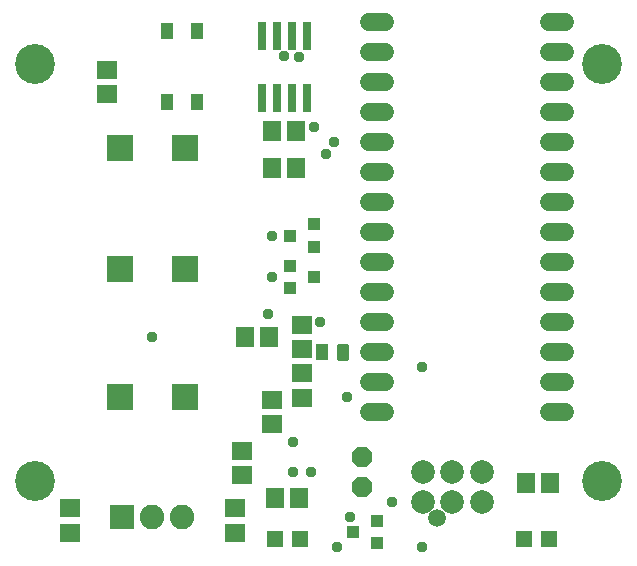
<source format=gbr>
G04 EAGLE Gerber RS-274X export*
G75*
%MOMM*%
%FSLAX34Y34*%
%LPD*%
%INSoldermask Top*%
%IPPOS*%
%AMOC8*
5,1,8,0,0,1.08239X$1,22.5*%
G01*
%ADD10C,3.378200*%
%ADD11C,2.003200*%
%ADD12C,1.503200*%
%ADD13R,2.303200X2.303200*%
%ADD14R,1.703200X1.603200*%
%ADD15R,1.103200X1.003200*%
%ADD16R,1.003200X1.403200*%
%ADD17C,1.511200*%
%ADD18R,0.803200X2.403200*%
%ADD19R,1.603200X1.703200*%
%ADD20R,2.082800X2.082800*%
%ADD21C,2.082800*%
%ADD22R,1.403200X1.403200*%
%ADD23C,0.441406*%
%ADD24P,1.869504X8X202.500000*%
%ADD25C,0.959600*%


D10*
X1120140Y370840D03*
X1120140Y17780D03*
X1600200Y17780D03*
X1600200Y370840D03*
D11*
X1473200Y0D03*
X1473200Y25000D03*
X1498200Y25000D03*
X1498200Y0D03*
X1448200Y0D03*
X1448200Y25000D03*
D12*
X1460700Y-13400D03*
D13*
X1191700Y88900D03*
X1246700Y88900D03*
D14*
X1346200Y129450D03*
X1346200Y149950D03*
X1346200Y88175D03*
X1346200Y108675D03*
D15*
X1356200Y234925D03*
X1356200Y215925D03*
X1336200Y225425D03*
X1336200Y181000D03*
X1336200Y200000D03*
X1356200Y190500D03*
D13*
X1191700Y299720D03*
X1246700Y299720D03*
D16*
X1257300Y398300D03*
X1231900Y398300D03*
X1231900Y338300D03*
X1257300Y338300D03*
D14*
X1181100Y365850D03*
X1181100Y345350D03*
D17*
X1555560Y381000D02*
X1568640Y381000D01*
X1568640Y76200D02*
X1555560Y76200D01*
X1555560Y101600D02*
X1568640Y101600D01*
X1568640Y127000D02*
X1555560Y127000D01*
X1555560Y152400D02*
X1568640Y152400D01*
X1568640Y177800D02*
X1555560Y177800D01*
X1555560Y203200D02*
X1568640Y203200D01*
X1568640Y228600D02*
X1555560Y228600D01*
X1555560Y254000D02*
X1568640Y254000D01*
X1568640Y279400D02*
X1555560Y279400D01*
X1555560Y304800D02*
X1568640Y304800D01*
X1416240Y76200D02*
X1403160Y76200D01*
X1403160Y101600D02*
X1416240Y101600D01*
X1416240Y254000D02*
X1403160Y254000D01*
X1403160Y279400D02*
X1416240Y279400D01*
X1416240Y304800D02*
X1403160Y304800D01*
X1403160Y330200D02*
X1416240Y330200D01*
X1416240Y406400D02*
X1403160Y406400D01*
X1555560Y406400D02*
X1568640Y406400D01*
X1568640Y355600D02*
X1555560Y355600D01*
X1555560Y330200D02*
X1568640Y330200D01*
X1416240Y381000D02*
X1403160Y381000D01*
X1403160Y355600D02*
X1416240Y355600D01*
X1416240Y127000D02*
X1403160Y127000D01*
X1403160Y228600D02*
X1416240Y228600D01*
X1416240Y203200D02*
X1403160Y203200D01*
X1403160Y177800D02*
X1416240Y177800D01*
X1416240Y152400D02*
X1403160Y152400D01*
D18*
X1324610Y342300D03*
X1324610Y394300D03*
X1311910Y342300D03*
X1337310Y342300D03*
X1350010Y342300D03*
X1311910Y394300D03*
X1337310Y394300D03*
X1350010Y394300D03*
D19*
X1320710Y282575D03*
X1341210Y282575D03*
X1320710Y314325D03*
X1341210Y314325D03*
D20*
X1193800Y-12700D03*
D21*
X1219200Y-12700D03*
X1244600Y-12700D03*
D14*
X1149350Y-26125D03*
X1149350Y-5625D03*
X1289050Y-26125D03*
X1289050Y-5625D03*
D22*
X1323000Y-31750D03*
X1344000Y-31750D03*
D19*
X1343750Y3175D03*
X1323250Y3175D03*
X1556475Y15875D03*
X1535975Y15875D03*
D22*
X1534455Y-31750D03*
X1555455Y-31750D03*
D13*
X1191700Y196850D03*
X1246700Y196850D03*
D16*
X1362600Y127000D03*
D23*
X1377791Y122191D02*
X1383409Y122191D01*
X1377791Y122191D02*
X1377791Y131809D01*
X1383409Y131809D01*
X1383409Y122191D01*
X1383409Y126384D02*
X1377791Y126384D01*
X1377791Y130577D02*
X1383409Y130577D01*
D14*
X1295400Y22770D03*
X1295400Y43270D03*
D24*
X1397000Y12700D03*
X1397000Y38100D03*
D15*
X1409540Y-15900D03*
X1409540Y-34900D03*
X1389540Y-25400D03*
D14*
X1320800Y65950D03*
X1320800Y86450D03*
D19*
X1318350Y139700D03*
X1297850Y139700D03*
D25*
X1447800Y-38100D03*
X1375763Y-38100D03*
X1330960Y377190D03*
X1386840Y-12700D03*
X1343660Y376837D03*
X1447800Y114300D03*
X1422400Y0D03*
X1338862Y25400D03*
X1353538Y25400D03*
X1384300Y88900D03*
X1356360Y317500D03*
X1366520Y294640D03*
X1373152Y304800D03*
X1320800Y225425D03*
X1317625Y158750D03*
X1338580Y50800D03*
X1219200Y139700D03*
X1320800Y190500D03*
X1361440Y152400D03*
M02*

</source>
